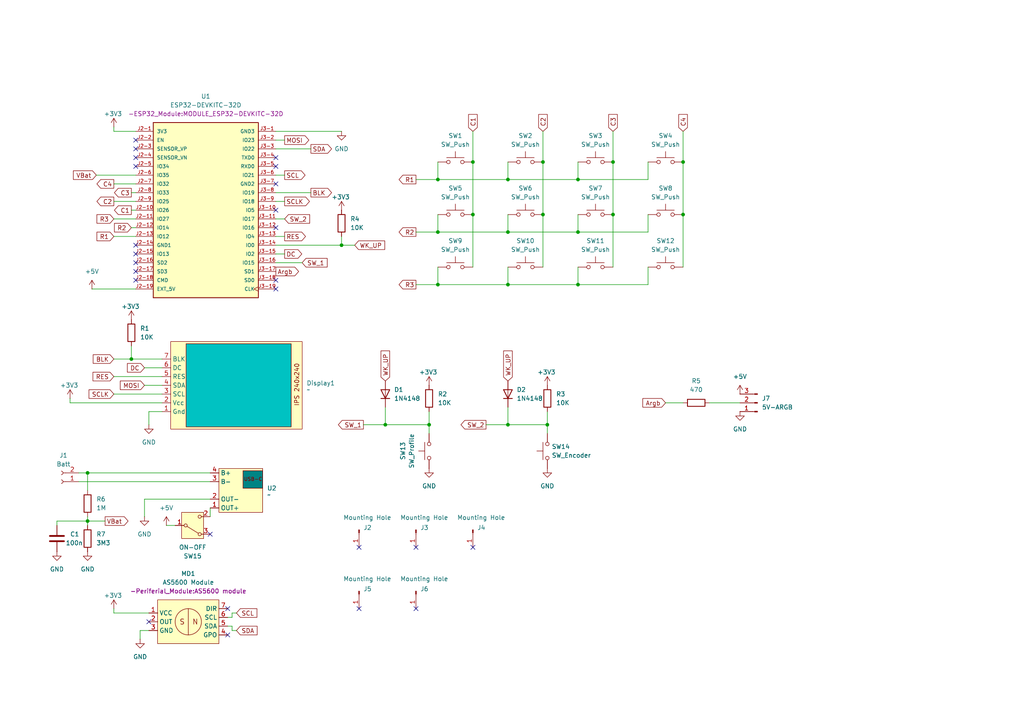
<source format=kicad_sch>
(kicad_sch (version 20250114) (generator "eeschema") (generator_version "9.0")
  (paper "A4")
  (title_block (title "MACRO_DECK_KNOT"))
  (lib_symbols
    (symbol "- Display_Module:Display_IPS_240x240_1.54{dblquote}_SPI"
      (property "Reference" "Display1" (at 0.6351 -20.32 90))
      (property "Value" "~" (at -1.27 -20.32 90))
      (symbol "Display_IPS_240x240_1.54{dblquote}_SPI_1_1"
        (rectangle (start -12.7 19.05) (end 12.7 -19.05) (fill (type color) (color 255 255 194 1)))
        (rectangle (start -12.065 14.605) (end 12.065 -15.875) (fill (type color) (color 0 194 194 1)))
        (text "IPS 240x240" (at 0.254 -17.526 0) (effects (font (size 1.27 1.27))))
        (pin power_in line (at -7.62 21.59 270) (length 2.54) (name "Gnd") (number "1"))
        (pin power_in line (at -5.08 21.59 270) (length 2.54) (name "Vcc") (number "2"))
        (pin input line (at -2.54 21.59 270) (length 2.54) (name "SCL") (number "3"))
        (pin input line (at 0 21.59 270) (length 2.54) (name "SDA") (number "4"))
        (pin input line (at 2.54 21.59 270) (length 2.54) (name "RES") (number "5"))
        (pin input line (at 5.08 21.59 270) (length 2.54) (name "DC") (number "6"))
        (pin input line (at 7.62 21.59 270) (length 2.54) (name "BLK") (number "7"))
      )
    )
    (symbol "- Power_converter:LX-LCBST_Batt_Ch_Module"
      (property "Reference" "U" (at -5.08 3.556 0))
      (symbol "LX-LCBST_Batt_Ch_Module_1_1"
        (rectangle (start -6.35 6.35) (end 6.35 -6.35) (fill (type background)))
        (rectangle (start -6.35 -0.635) (end -0.635 -5.715) (fill (type color) (color 0 132 132 1)))
        (text "USB-C" (at -3.556 -3.302 0) (effects (font (size 1 1))))
        (pin power_out line (at 8.89 5.08 180) (length 2.54) (name "OUT+") (number "1"))
        (pin power_out line (at 8.89 2.54 180) (length 2.54) (name "OUT-") (number "2"))
        (pin power_out line (at 8.89 -2.54 180) (length 2.54) (name "B-") (number "3"))
        (pin power_out line (at 8.89 -5.08 180) (length 2.54) (name "B+") (number "4"))
      )
    )
    (symbol "Connector:Conn_01x01_Pin" (pin_names (offset 1.016) (hide yes))
      (property "Reference" "J" (at 0 2.54 0))
      (property "Value" "Conn_01x01_Pin" (at 0 -2.54 0))
      (symbol "Conn_01x01_Pin_1_1"
        (rectangle (start 0.8636 0.127) (end 0 -0.127) (stroke (width 0.1524)) (fill (type outline)))
        (polyline (pts (xy 1.27 0) (xy 0.8636 0)) (stroke (width 0.1524)))
        (pin passive line (at 5.08 0 180) (length 3.81) (name "Pin_1") (number "1"))
      )
    )
    (symbol "Connector:Conn_01x02_Socket" (pin_names (offset 1.016) (hide yes))
      (property "Reference" "J" (at 0 2.54 0))
      (property "Value" "Conn_01x02_Socket" (at 0 -5.08 0))
      (symbol "Conn_01x02_Socket_1_1"
        (polyline (pts (xy -1.27 0) (xy -0.508 0)) (stroke (width 0.1524)))
        (polyline (pts (xy -1.27 -2.54) (xy -0.508 -2.54)) (stroke (width 0.1524)))
        (arc (start 0 -0.508) (mid -0.5058 0) (end 0 0.508) (stroke (width 0.1524)))
        (arc (start 0 -3.048) (mid -0.5058 -2.54) (end 0 -2.032) (stroke (width 0.1524)))
        (pin passive line (at -5.08 0 0) (length 3.81) (name "Pin_1") (number "1"))
        (pin passive line (at -5.08 -2.54 0) (length 3.81) (name "Pin_2") (number "2"))
      )
    )
    (symbol "Connector:Conn_01x03_Pin" (pin_names (offset 1.016) (hide yes))
      (property "Reference" "J" (at 0 5.08 0))
      (property "Value" "Conn_01x03_Pin" (at 0 -5.08 0))
      (symbol "Conn_01x03_Pin_1_1"
        (rectangle (start 0.8636 2.667) (end 0 2.413) (stroke (width 0.1524)) (fill (type outline)))
        (rectangle (start 0.8636 0.127) (end 0 -0.127) (stroke (width 0.1524)) (fill (type outline)))
        (rectangle (start 0.8636 -2.413) (end 0 -2.667) (stroke (width 0.1524)) (fill (type outline)))
        (polyline (pts (xy 1.27 2.54) (xy 0.8636 2.54)) (stroke (width 0.1524)))
        (polyline (pts (xy 1.27 0) (xy 0.8636 0)) (stroke (width 0.1524)))
        (polyline (pts (xy 1.27 -2.54) (xy 0.8636 -2.54)) (stroke (width 0.1524)))
        (pin passive line (at 5.08 2.54 180) (length 3.81) (name "Pin_1") (number "1"))
        (pin passive line (at 5.08 0 180) (length 3.81) (name "Pin_2") (number "2"))
        (pin passive line (at 5.08 -2.54 180) (length 3.81) (name "Pin_3") (number "3"))
      )
    )
    (symbol "Device:C" (pin_numbers (hide yes)) (pin_names (offset 0.254))
      (property "Reference" "C" (at 0.635 2.54 0))
      (property "Value" "C" (at 0.635 -2.54 0))
      (symbol "C_0_1"
        (polyline (pts (xy -2.032 0.762) (xy 2.032 0.762)) (stroke (width 0.508)))
        (polyline (pts (xy -2.032 -0.762) (xy 2.032 -0.762)) (stroke (width 0.508)))
      )
      (symbol "C_1_1"
        (pin passive line (at 0 3.81 270) (length 2.794) (name "~") (number "1"))
        (pin passive line (at 0 -3.81 90) (length 2.794) (name "~") (number "2"))
      )
    )
    (symbol "Device:D" (pin_numbers (hide yes)) (pin_names (offset 1.016) (hide yes))
      (property "Reference" "D" (at 0 2.54 0))
      (property "Value" "D" (at 0 -2.54 0))
      (symbol "D_0_1"
        (polyline (pts (xy -1.27 1.27) (xy -1.27 -1.27)) (stroke (width 0.254)))
        (polyline (pts (xy 1.27 1.27) (xy 1.27 -1.27) (xy -1.27 0) (xy 1.27 1.27)) (stroke (width 0.254)))
        (polyline (pts (xy 1.27 0) (xy -1.27 0)))
      )
      (symbol "D_1_1"
        (pin passive line (at -3.81 0 0) (length 2.54) (name "K") (number "1"))
        (pin passive line (at 3.81 0 180) (length 2.54) (name "A") (number "2"))
      )
    )
    (symbol "Device:R" (pin_numbers (hide yes)) (pin_names (offset 0))
      (property "Reference" "R" (at 2.032 0 90))
      (property "Value" "R" (at 0 0 90))
      (symbol "R_0_1"
        (rectangle (start -1.016 -2.54) (end 1.016 2.54) (stroke (width 0.254)))
      )
      (symbol "R_1_1"
        (pin passive line (at 0 3.81 270) (length 1.27) (name "~") (number "1"))
        (pin passive line (at 0 -3.81 90) (length 1.27) (name "~") (number "2"))
      )
    )
    (symbol "ESP32-DEVKITC-32D:ESP32-DEVKITC-32D" (pin_names (offset 1.016))
      (property "Reference" "U1" (at 0 33.02 0))
      (property "Value" "ESP32-DEVKITC-32D" (at 0 30.48 0))
      (property "Footprint" "-ESP32_Module:MODULE_ESP32-DEVKITC-32D" (at 0 27.94 0))
      (symbol "ESP32-DEVKITC-32D_0_0"
        (rectangle (start -15.24 -25.4) (end 15.24 25.4) (stroke (width 0.254)) (fill (type background)))
        (pin input line (at -20.32 20.32 0) (length 5.08) (name "EN") (number "J2-2"))
        (pin input line (at -20.32 17.78 0) (length 5.08) (name "SENSOR_VP") (number "J2-3"))
        (pin input line (at -20.32 15.24 0) (length 5.08) (name "SENSOR_VN") (number "J2-4"))
        (pin bidirectional line (at -20.32 12.7 0) (length 5.08) (name "IO34") (number "J2-5"))
        (pin bidirectional line (at -20.32 10.16 0) (length 5.08) (name "IO35") (number "J2-6"))
        (pin bidirectional line (at -20.32 7.62 0) (length 5.08) (name "IO32") (number "J2-7"))
        (pin bidirectional line (at -20.32 5.08 0) (length 5.08) (name "IO33") (number "J2-8"))
        (pin bidirectional line (at -20.32 2.54 0) (length 5.08) (name "IO25") (number "J2-9"))
        (pin bidirectional line (at -20.32 0 0) (length 5.08) (name "IO26") (number "J2-10"))
        (pin bidirectional line (at -20.32 -2.54 0) (length 5.08) (name "IO27") (number "J2-11"))
        (pin bidirectional line (at -20.32 -5.08 0) (length 5.08) (name "IO14") (number "J2-12"))
        (pin bidirectional line (at -20.32 -7.62 0) (length 5.08) (name "IO12") (number "J2-13"))
        (pin power_in line (at -20.32 -10.16 0) (length 5.08) (name "GND1") (number "J2-14"))
        (pin bidirectional line (at -20.32 -12.7 0) (length 5.08) (name "IO13") (number "J2-15"))
        (pin bidirectional line (at -20.32 -15.24 0) (length 5.08) (name "SD2") (number "J2-16"))
        (pin bidirectional line (at -20.32 -17.78 0) (length 5.08) (name "SD3") (number "J2-17"))
        (pin bidirectional line (at -20.32 -20.32 0) (length 5.08) (name "CMD") (number "J2-18"))
        (pin power_in line (at 20.32 22.86 180) (length 5.08) (name "GND3") (number "J3-1"))
        (pin bidirectional line (at 20.32 20.32 180) (length 5.08) (name "IO23") (number "J3-2"))
        (pin bidirectional line (at 20.32 17.78 180) (length 5.08) (name "IO22") (number "J3-3"))
        (pin output line (at 20.32 15.24 180) (length 5.08) (name "TXD0") (number "J3-4"))
        (pin input line (at 20.32 12.7 180) (length 5.08) (name "RXD0") (number "J3-5"))
        (pin bidirectional line (at 20.32 10.16 180) (length 5.08) (name "IO21") (number "J3-6"))
        (pin power_in line (at 20.32 7.62 180) (length 5.08) (name "GND2") (number "J3-7"))
        (pin bidirectional line (at 20.32 5.08 180) (length 5.08) (name "IO19") (number "J3-8"))
        (pin bidirectional line (at 20.32 2.54 180) (length 5.08) (name "IO18") (number "J3-9"))
        (pin bidirectional line (at 20.32 0 180) (length 5.08) (name "IO5") (number "J3-10"))
        (pin bidirectional line (at 20.32 -2.54 180) (length 5.08) (name "IO17") (number "J3-11"))
        (pin bidirectional line (at 20.32 -5.08 180) (length 5.08) (name "IO16") (number "J3-12"))
        (pin bidirectional line (at 20.32 -7.62 180) (length 5.08) (name "IO4") (number "J3-13"))
        (pin bidirectional line (at 20.32 -10.16 180) (length 5.08) (name "IO0") (number "J3-14"))
        (pin bidirectional line (at 20.32 -12.7 180) (length 5.08) (name "IO2") (number "J3-15"))
        (pin bidirectional line (at 20.32 -15.24 180) (length 5.08) (name "IO15") (number "J3-16"))
        (pin bidirectional line (at 20.32 -17.78 180) (length 5.08) (name "SD1") (number "J3-17"))
        (pin bidirectional line (at 20.32 -20.32 180) (length 5.08) (name "SD0") (number "J3-18"))
        (pin input clock (at 20.32 -22.86 180) (length 5.08) (name "CLK") (number "J3-19"))
      )
      (symbol "ESP32-DEVKITC-32D_1_0"
        (pin power_out line (at -20.32 22.86 0) (length 5.08) (name "3V3") (number "J2-1"))
        (pin output line (at -20.32 -22.86 0) (length 5.08) (name "EXT_5V") (number "J2-19"))
      )
    )
    (symbol "Module_Added:AS5600_Encoder"
      (property "Reference" "MD" (at 0 12.954 0))
      (property "Value" "AS5600 Module" (at 0.254 10.668 0))
      (property "Footprint" "Module_Added:AS5600 module" (at 1.778 8.128 0))
      (symbol "AS5600_Encoder_0_1"
        (polyline (pts (xy 0 3.81) (xy 0 -3.81)))
        (circle (center 0 0) (radius 3.81))
      )
      (symbol "AS5600_Encoder_1_1"
        (rectangle (start -8.89 6.35) (end 8.89 -6.35) (fill (type background)))
        (text "S" (at -1.778 0 0) (effects (font (size 1.5 1.5))))
        (text "N" (at 2.032 0 0) (effects (font (size 1.5 1.5))))
        (pin input line (at -11.43 2.54 0) (length 2.54) (name "VCC") (number "1"))
        (pin output line (at -11.43 0 0) (length 2.54) (name "OUT") (number "2"))
        (pin input line (at -11.43 -2.54 0) (length 2.54) (name "GND") (number "3"))
        (pin output line (at 11.43 3.81 180) (length 2.54) (name "DIR") (number "7"))
        (pin bidirectional line (at 11.43 1.27 180) (length 2.54) (name "SCL") (number "6"))
        (pin bidirectional line (at 11.43 -1.27 180) (length 2.54) (name "SDA") (number "5"))
        (pin bidirectional line (at 11.43 -3.81 180) (length 2.54) (name "GPO") (number "4"))
      )
    )
    (symbol "Switch:SW_Push" (pin_numbers (hide yes)) (pin_names (offset 1.016) (hide yes))
      (property "Reference" "SW" (at 1.27 2.54 0))
      (property "Value" "SW_Push" (at 0 -1.524 0))
      (symbol "SW_Push_0_1"
        (circle (center -2.032 0) (radius 0.508))
        (polyline (pts (xy 0 1.27) (xy 0 3.048)))
        (circle (center 2.032 0) (radius 0.508))
        (polyline (pts (xy 2.54 1.27) (xy -2.54 1.27)))
        (pin passive line (at -5.08 0 0) (length 2.54) (name "1") (number "1"))
        (pin passive line (at 5.08 0 180) (length 2.54) (name "2") (number "2"))
      )
    )
    (symbol "Switch:SW_SPDT_312" (pin_names (offset 1) (hide yes))
      (property "Reference" "SW" (at 0 5.08 0))
      (property "Value" "SW_SPDT_312" (at 0 -5.08 0))
      (symbol "SW_SPDT_312_0_1"
        (circle (center -2.032 0) (radius 0.4572))
        (polyline (pts (xy -1.651 0.254) (xy 1.651 2.286)))
        (circle (center 2.032 2.54) (radius 0.4572))
        (circle (center 2.032 -2.54) (radius 0.4572))
      )
      (symbol "SW_SPDT_312_1_1"
        (rectangle (start -3.175 3.81) (end 3.175 -3.81) (fill (type background)))
        (pin passive line (at -5.08 0 0) (length 2.54) (name "B") (number "1"))
        (pin passive line (at 5.08 2.54 180) (length 2.54) (name "A") (number "3"))
        (pin passive line (at 5.08 -2.54 180) (length 2.54) (name "C") (number "2"))
      )
    )
    (symbol "power:+3V3" (power) (pin_numbers (hide yes)) (pin_names (offset 0) (hide yes))
      (property "Value" "+3V3" (at 0 3.556 0))
      (symbol "+3V3_0_1"
        (polyline (pts (xy -0.762 1.27) (xy 0 2.54)))
        (polyline (pts (xy 0 2.54) (xy 0.762 1.27)))
        (polyline (pts (xy 0 0) (xy 0 2.54)))
      )
      (symbol "+3V3_1_1"
        (pin power_in line (at 0 0 90) (length 0) (name "~") (number "1"))
      )
    )
    (symbol "power:+5V" (power) (pin_numbers (hide yes)) (pin_names (offset 0) (hide yes))
      (property "Value" "+5V" (at 0 3.556 0))
      (symbol "+5V_0_1"
        (polyline (pts (xy -0.762 1.27) (xy 0 2.54)))
        (polyline (pts (xy 0 2.54) (xy 0.762 1.27)))
        (polyline (pts (xy 0 0) (xy 0 2.54)))
      )
      (symbol "+5V_1_1"
        (pin power_in line (at 0 0 90) (length 0) (name "~") (number "1"))
      )
    )
    (symbol "power:GND" (power) (pin_numbers (hide yes)) (pin_names (offset 0) (hide yes))
      (property "Value" "GND" (at 0 -3.81 0))
      (symbol "GND_0_1"
        (polyline (pts (xy 0 0) (xy 0 -1.27) (xy 1.27 -1.27) (xy 0 -2.54) (xy -1.27 -1.27) (xy 0 -1.27)))
      )
      (symbol "GND_1_1"
        (pin power_in line (at 0 0 270) (length 0) (name "~") (number "1"))
      )
    )
  )
  (junction (at 137.16 62.23))
  (junction (at 167.64 67.31))
  (junction (at 127 52.07))
  (junction (at 198.12 46.99))
  (junction (at 127 67.31))
  (junction (at 147.32 82.55))
  (junction (at 158.75 123.19))
  (junction (at 167.64 82.55))
  (junction (at 198.12 62.23))
  (junction (at 157.48 62.23))
  (junction (at 99.06 71.12))
  (junction (at 167.64 52.07))
  (junction (at 177.8 46.99))
  (junction (at 38.1 104.14))
  (junction (at 177.8 62.23))
  (junction (at 137.16 46.99))
  (junction (at 157.48 46.99))
  (junction (at 25.4 151.13))
  (junction (at 127 82.55))
  (junction (at 147.32 67.31))
  (junction (at 124.46 123.19))
  (junction (at 147.32 52.07))
  (junction (at 147.32 123.19))
  (junction (at 25.4 137.16))
  (junction (at 111.76 123.19))
  (no_connect (at 104.14 158.75))
  (no_connect (at 39.37 81.28))
  (no_connect (at 39.37 76.2))
  (no_connect (at 120.65 176.53))
  (no_connect (at 39.37 40.64))
  (no_connect (at 66.04 184.15))
  (no_connect (at 39.37 45.72))
  (no_connect (at 80.01 60.96))
  (no_connect (at 80.01 66.04))
  (no_connect (at 104.14 176.53))
  (no_connect (at 39.37 78.74))
  (no_connect (at 80.01 45.72))
  (no_connect (at 80.01 83.82))
  (no_connect (at 120.65 158.75))
  (no_connect (at 80.01 53.34))
  (no_connect (at 66.04 176.53))
  (no_connect (at 43.18 180.34))
  (no_connect (at 60.96 154.94))
  (no_connect (at 39.37 71.12))
  (no_connect (at 80.01 48.26))
  (no_connect (at 39.37 43.18))
  (no_connect (at 137.16 158.75))
  (no_connect (at 39.37 73.66))
  (no_connect (at 39.37 48.26))
  (no_connect (at 80.01 81.28))
  (wire (pts (xy 147.32 118.11) (xy 147.32 123.19)))
  (wire (pts (xy 41.91 106.68) (xy 46.99 106.68)))
  (wire (pts (xy 187.96 52.07) (xy 167.64 52.07)))
  (wire (pts (xy 33.02 177.8) (xy 33.02 176.53)))
  (wire (pts (xy 67.31 182.88) (xy 68.58 182.88)))
  (wire (pts (xy 80.01 73.66) (xy 82.55 73.66)))
  (wire (pts (xy 39.37 60.96) (xy 38.1 60.96)))
  (wire (pts (xy 177.8 62.23) (xy 177.8 77.47)))
  (wire (pts (xy 43.18 119.38) (xy 43.18 123.19)))
  (wire (pts (xy 193.04 116.84) (xy 198.12 116.84)))
  (wire (pts (xy 147.32 77.47) (xy 147.32 82.55)))
  (wire (pts (xy 66.04 181.61) (xy 67.31 181.61)))
  (wire (pts (xy 187.96 62.23) (xy 187.96 67.31)))
  (wire (pts (xy 33.02 109.22) (xy 46.99 109.22)))
  (wire (pts (xy 111.76 123.19) (xy 124.46 123.19)))
  (wire (pts (xy 99.06 71.12) (xy 102.87 71.12)))
  (wire (pts (xy 205.74 116.84) (xy 214.63 116.84)))
  (wire (pts (xy 120.65 52.07) (xy 127 52.07)))
  (wire (pts (xy 80.01 43.18) (xy 90.17 43.18)))
  (wire (pts (xy 187.96 82.55) (xy 167.64 82.55)))
  (wire (pts (xy 33.02 38.1) (xy 39.37 38.1)))
  (wire (pts (xy 80.01 71.12) (xy 99.06 71.12)))
  (wire (pts (xy 67.31 177.8) (xy 68.58 177.8)))
  (wire (pts (xy 48.26 152.4) (xy 50.8 152.4)))
  (wire (pts (xy 20.32 116.84) (xy 46.99 116.84)))
  (wire (pts (xy 120.65 67.31) (xy 127 67.31)))
  (wire (pts (xy 187.96 46.99) (xy 187.96 52.07)))
  (wire (pts (xy 67.31 181.61) (xy 67.31 182.88)))
  (wire (pts (xy 39.37 58.42) (xy 33.02 58.42)))
  (wire (pts (xy 39.37 66.04) (xy 38.1 66.04)))
  (wire (pts (xy 157.48 62.23) (xy 157.48 77.47)))
  (wire (pts (xy 127 62.23) (xy 127 67.31)))
  (wire (pts (xy 111.76 118.11) (xy 111.76 123.19)))
  (wire (pts (xy 26.67 83.82) (xy 39.37 83.82)))
  (wire (pts (xy 33.02 104.14) (xy 38.1 104.14)))
  (wire (pts (xy 158.75 123.19) (xy 158.75 125.73)))
  (wire (pts (xy 198.12 46.99) (xy 198.12 62.23)))
  (wire (pts (xy 124.46 123.19) (xy 124.46 125.73)))
  (wire (pts (xy 80.01 58.42) (xy 82.55 58.42)))
  (wire (pts (xy 124.46 119.38) (xy 124.46 123.19)))
  (wire (pts (xy 25.4 137.16) (xy 25.4 142.24)))
  (wire (pts (xy 158.75 119.38) (xy 158.75 123.19)))
  (wire (pts (xy 167.64 67.31) (xy 147.32 67.31)))
  (wire (pts (xy 25.4 149.86) (xy 25.4 151.13)))
  (wire (pts (xy 33.02 36.83) (xy 33.02 38.1)))
  (wire (pts (xy 147.32 82.55) (xy 127 82.55)))
  (wire (pts (xy 147.32 52.07) (xy 127 52.07)))
  (wire (pts (xy 25.4 137.16) (xy 60.96 137.16)))
  (wire (pts (xy 39.37 53.34) (xy 33.02 53.34)))
  (wire (pts (xy 25.4 151.13) (xy 25.4 152.4)))
  (wire (pts (xy 80.01 55.88) (xy 90.17 55.88)))
  (wire (pts (xy 177.8 38.1) (xy 177.8 46.99)))
  (wire (pts (xy 60.96 144.78) (xy 41.91 144.78)))
  (wire (pts (xy 137.16 62.23) (xy 137.16 77.47)))
  (wire (pts (xy 41.91 111.76) (xy 46.99 111.76)))
  (wire (pts (xy 41.91 144.78) (xy 41.91 149.86)))
  (wire (pts (xy 16.51 151.13) (xy 25.4 151.13)))
  (wire (pts (xy 80.01 63.5) (xy 82.55 63.5)))
  (wire (pts (xy 167.64 52.07) (xy 147.32 52.07)))
  (wire (pts (xy 80.01 40.64) (xy 82.55 40.64)))
  (wire (pts (xy 38.1 104.14) (xy 46.99 104.14)))
  (wire (pts (xy 140.97 123.19) (xy 147.32 123.19)))
  (wire (pts (xy 127 46.99) (xy 127 52.07)))
  (wire (pts (xy 80.01 68.58) (xy 82.55 68.58)))
  (wire (pts (xy 39.37 55.88) (xy 38.1 55.88)))
  (wire (pts (xy 66.04 179.07) (xy 67.31 179.07)))
  (wire (pts (xy 60.96 149.86) (xy 60.96 147.32)))
  (wire (pts (xy 147.32 46.99) (xy 147.32 52.07)))
  (wire (pts (xy 157.48 38.1) (xy 157.48 46.99)))
  (wire (pts (xy 147.32 62.23) (xy 147.32 67.31)))
  (wire (pts (xy 137.16 38.1) (xy 137.16 46.99)))
  (wire (pts (xy 33.02 177.8) (xy 43.18 177.8)))
  (wire (pts (xy 43.18 182.88) (xy 40.64 182.88)))
  (wire (pts (xy 187.96 77.47) (xy 187.96 82.55)))
  (wire (pts (xy 80.01 38.1) (xy 99.06 38.1)))
  (wire (pts (xy 167.64 62.23) (xy 167.64 67.31)))
  (wire (pts (xy 46.99 119.38) (xy 43.18 119.38)))
  (wire (pts (xy 22.86 137.16) (xy 25.4 137.16)))
  (wire (pts (xy 120.65 82.55) (xy 127 82.55)))
  (wire (pts (xy 38.1 100.33) (xy 38.1 104.14)))
  (wire (pts (xy 99.06 71.12) (xy 99.06 68.58)))
  (wire (pts (xy 177.8 46.99) (xy 177.8 62.23)))
  (wire (pts (xy 157.48 46.99) (xy 157.48 62.23)))
  (wire (pts (xy 147.32 67.31) (xy 127 67.31)))
  (wire (pts (xy 147.32 123.19) (xy 158.75 123.19)))
  (wire (pts (xy 167.64 77.47) (xy 167.64 82.55)))
  (wire (pts (xy 22.86 139.7) (xy 60.96 139.7)))
  (wire (pts (xy 137.16 46.99) (xy 137.16 62.23)))
  (wire (pts (xy 198.12 62.23) (xy 198.12 77.47)))
  (wire (pts (xy 40.64 182.88) (xy 40.64 185.42)))
  (wire (pts (xy 33.02 114.3) (xy 46.99 114.3)))
  (wire (pts (xy 105.41 123.19) (xy 111.76 123.19)))
  (wire (pts (xy 39.37 68.58) (xy 33.02 68.58)))
  (wire (pts (xy 16.51 152.4) (xy 16.51 151.13)))
  (wire (pts (xy 198.12 38.1) (xy 198.12 46.99)))
  (wire (pts (xy 27.94 50.8) (xy 39.37 50.8)))
  (wire (pts (xy 67.31 179.07) (xy 67.31 177.8)))
  (wire (pts (xy 80.01 76.2) (xy 87.63 76.2)))
  (wire (pts (xy 167.64 46.99) (xy 167.64 52.07)))
  (wire (pts (xy 127 77.47) (xy 127 82.55)))
  (wire (pts (xy 80.01 50.8) (xy 82.55 50.8)))
  (wire (pts (xy 20.32 115.57) (xy 20.32 116.84)))
  (wire (pts (xy 33.02 63.5) (xy 39.37 63.5)))
  (wire (pts (xy 187.96 67.31) (xy 167.64 67.31)))
  (wire (pts (xy 25.4 151.13) (xy 30.48 151.13)))
  (wire (pts (xy 167.64 82.55) (xy 147.32 82.55)))
  (global_label "C2" (shape input) (at 157.48 38.1 90) (property "Intersheetrefs" "${INTERSHEET_REFS}" (effects (hide yes))))
  (global_label "SDA" (shape output) (at 90.17 43.18 0) (property "Intersheetrefs" "${INTERSHEET_REFS}" (effects (hide yes))))
  (global_label "SCLK" (shape output) (at 82.55 58.42 0) (property "Intersheetrefs" "${INTERSHEET_REFS}" (effects (hide yes))))
  (global_label "R2" (shape input) (at 38.1 66.04 180) (property "Intersheetrefs" "${INTERSHEET_REFS}" (effects (hide yes))))
  (global_label "SCL" (shape input) (at 68.58 177.8 0) (property "Intersheetrefs" "${INTERSHEET_REFS}" (effects (hide yes))))
  (global_label "VBat" (shape input) (at 27.94 50.8 180) (property "Intersheetrefs" "${INTERSHEET_REFS}" (effects (hide yes))))
  (global_label "SW_1" (shape input) (at 87.63 76.2 0) (property "Intersheetrefs" "${INTERSHEET_REFS}" (effects (hide yes))))
  (global_label "MOSI" (shape input) (at 41.91 111.76 180) (property "Intersheetrefs" "${INTERSHEET_REFS}" (effects (hide yes))))
  (global_label "WK_UP" (shape input) (at 111.76 110.49 90) (property "Intersheetrefs" "${INTERSHEET_REFS}" (effects (hide yes))))
  (global_label "WK_UP" (shape input) (at 147.32 110.49 90) (property "Intersheetrefs" "${INTERSHEET_REFS}" (effects (hide yes))))
  (global_label "C1" (shape input) (at 137.16 38.1 90) (property "Intersheetrefs" "${INTERSHEET_REFS}" (effects (hide yes))))
  (global_label "R1" (shape input) (at 33.02 68.58 180) (property "Intersheetrefs" "${INTERSHEET_REFS}" (effects (hide yes))))
  (global_label "R2" (shape output) (at 120.65 67.31 180) (property "Intersheetrefs" "${INTERSHEET_REFS}" (effects (hide yes))))
  (global_label "WK_UP" (shape input) (at 102.87 71.12 0) (property "Intersheetrefs" "${INTERSHEET_REFS}" (effects (hide yes))))
  (global_label "Argb" (shape output) (at 80.01 78.74 0) (property "Intersheetrefs" "${INTERSHEET_REFS}" (effects (hide yes))))
  (global_label "RES" (shape input) (at 33.02 109.22 180) (property "Intersheetrefs" "${INTERSHEET_REFS}" (effects (hide yes))))
  (global_label "DC" (shape input) (at 41.91 106.68 180) (property "Intersheetrefs" "${INTERSHEET_REFS}" (effects (hide yes))))
  (global_label "SW_2" (shape output) (at 140.97 123.19 180) (property "Intersheetrefs" "${INTERSHEET_REFS}" (effects (hide yes))))
  (global_label "R1" (shape output) (at 120.65 52.07 180) (property "Intersheetrefs" "${INTERSHEET_REFS}" (effects (hide yes))))
  (global_label "BLK" (shape output) (at 90.17 55.88 0) (property "Intersheetrefs" "${INTERSHEET_REFS}" (effects (hide yes))))
  (global_label "C4" (shape input) (at 198.12 38.1 90) (property "Intersheetrefs" "${INTERSHEET_REFS}" (effects (hide yes))))
  (global_label "SW_2" (shape input) (at 82.55 63.5 0) (property "Intersheetrefs" "${INTERSHEET_REFS}" (effects (hide yes))))
  (global_label "MOSI" (shape output) (at 82.55 40.64 0) (property "Intersheetrefs" "${INTERSHEET_REFS}" (effects (hide yes))))
  (global_label "SCLK" (shape input) (at 33.02 114.3 180) (property "Intersheetrefs" "${INTERSHEET_REFS}" (effects (hide yes))))
  (global_label "C4" (shape output) (at 33.02 53.34 180) (property "Intersheetrefs" "${INTERSHEET_REFS}" (effects (hide yes))))
  (global_label "Argb" (shape input) (at 193.04 116.84 180) (property "Intersheetrefs" "${INTERSHEET_REFS}" (effects (hide yes))))
  (global_label "C2" (shape output) (at 33.02 58.42 180) (property "Intersheetrefs" "${INTERSHEET_REFS}" (effects (hide yes))))
  (global_label "DC" (shape output) (at 82.55 73.66 0) (property "Intersheetrefs" "${INTERSHEET_REFS}" (effects (hide yes))))
  (global_label "SDA" (shape input) (at 68.58 182.88 0) (property "Intersheetrefs" "${INTERSHEET_REFS}" (effects (hide yes))))
  (global_label "R3" (shape output) (at 120.65 82.55 180) (property "Intersheetrefs" "${INTERSHEET_REFS}" (effects (hide yes))))
  (global_label "SCL" (shape output) (at 82.55 50.8 0) (property "Intersheetrefs" "${INTERSHEET_REFS}" (effects (hide yes))))
  (global_label "C3" (shape input) (at 177.8 38.1 90) (property "Intersheetrefs" "${INTERSHEET_REFS}" (effects (hide yes))))
  (global_label "SW_1" (shape output) (at 105.41 123.19 180) (property "Intersheetrefs" "${INTERSHEET_REFS}" (effects (hide yes))))
  (global_label "BLK" (shape input) (at 33.02 104.14 180) (property "Intersheetrefs" "${INTERSHEET_REFS}" (effects (hide yes))))
  (global_label "R3" (shape input) (at 33.02 63.5 180) (property "Intersheetrefs" "${INTERSHEET_REFS}" (effects (hide yes))))
  (global_label "C3" (shape output) (at 38.1 55.88 180) (property "Intersheetrefs" "${INTERSHEET_REFS}" (effects (hide yes))))
  (global_label "C1" (shape output) (at 38.1 60.96 180) (property "Intersheetrefs" "${INTERSHEET_REFS}" (effects (hide yes))))
  (global_label "RES" (shape output) (at 82.55 68.58 0) (property "Intersheetrefs" "${INTERSHEET_REFS}" (effects (hide yes))))
  (global_label "VBat" (shape output) (at 30.48 151.13 0) (property "Intersheetrefs" "${INTERSHEET_REFS}" (effects (hide yes))))
  (symbol (lib_id "- Power_converter:LX-LCBST_Batt_Ch_Module") (at 69.85 142.24 180) (unit 1)
    (property "Reference" "U2" (at 77.47 141.6049 0) (effects (justify right)))
    (property "Value" "~" (at 77.47 143.51 0) (effects (justify right)))
    (property "Footprint" "-Power_module:LX-LCBST_Batt_Ch_Module" (effects (hide yes)))
    (property "Description" "Li-po Battery charge - output stepup regolabile" (effects (hide yes)))
  )
  (symbol (lib_id "power:GND") (at 43.18 123.19 0) (unit 1)
    (property "Reference" "#PWR01" (effects (hide yes)))
    (property "Value" "GND" (at 43.18 128.27 0))
    (property "Description" "Power symbol creates a global label with name \"GND\" , ground" (effects (hide yes)))
  )
  (symbol (lib_id "Connector:Conn_01x02_Socket") (at 17.78 139.7 180) (unit 1)
    (property "Reference" "J1" (at 18.415 132.08 0))
    (property "Value" "Batt" (at 18.415 134.62 0))
    (property "Footprint" "Connector_JST:JST_XH_S2B-XH-A_1x02_P2.50mm_Horizontal" (effects (hide yes)))
    (property "Description" "Generic connector, single row, 01x02, script generated" (effects (hide yes)))
  )
  (symbol (lib_id "Device:R") (at 99.06 64.77 0) (unit 1)
    (property "Reference" "R4" (at 101.6 63.4999 0) (effects (justify left)))
    (property "Value" "10K" (at 101.6 66.0399 0) (effects (justify left)))
    (property "Footprint" "Resistor_THT:R_Axial_DIN0207_L6.3mm_D2.5mm_P7.62mm_Horizontal" (effects (hide yes)))
    (property "Description" "Resistor" (effects (hide yes)))
  )
  (symbol (lib_id "ESP32-DEVKITC-32D:ESP32-DEVKITC-32D") (at 59.69 60.96 0) (unit 1)
    (property "Reference" "U1" (at 59.69 27.94 0))
    (property "Value" "ESP32-DEVKITC-32D" (at 59.69 30.48 0))
    (property "Footprint" "-ESP32_Module:MODULE_ESP32-DEVKITC-32D" (at 59.69 33.02 0))
    (property "PARTREV" "V4" (effects (hide yes)))
    (property "STANDARD" "Manufacturer Recommendations" (effects (hide yes)))
    (property "SNAPEDA_PN" "ESP32-DEVKITC-32D" (effects (hide yes)))
    (property "MAXIMUM_PACKAGE_HEIGHT" "N/A" (effects (hide yes)))
    (property "MANUFACTURER" "Espressif Systems" (effects (hide yes)))
  )
  (symbol (lib_id "Switch:SW_Push") (at 132.08 77.47 0) (unit 1)
    (property "Reference" "SW9" (at 132.08 69.85 0))
    (property "Value" "SW_Push" (at 132.08 72.39 0))
    (property "Footprint" "-Switch:SW_Cherry_MX_1.00u_Plate" (effects (hide yes)))
    (property "Description" "Push button switch, generic, two pins" (effects (hide yes)))
  )
  (symbol (lib_id "power:GND") (at 158.75 135.89 0) (unit 1)
    (property "Reference" "#PWR03" (effects (hide yes)))
    (property "Value" "GND" (at 158.75 140.97 0))
    (property "Description" "Power symbol creates a global label with name \"GND\" , ground" (effects (hide yes)))
  )
  (symbol (lib_id "Connector:Conn_01x01_Pin") (at 120.65 171.45 270) (unit 1)
    (property "Reference" "J6" (at 121.92 170.8149 90) (effects (justify left)))
    (property "Value" "Mounting Hole" (at 116.078 167.894 90) (effects (justify left)))
    (property "Footprint" "MountingHole:MountingHole_3.2mm_M3_DIN965_Pad" (effects (hide yes)))
    (property "Description" "Generic connector, single row, 01x01, script generated" (effects (hide yes)))
  )
  (symbol (lib_id "power:+5V") (at 26.67 83.82 0) (unit 1)
    (property "Reference" "#PWR020" (effects (hide yes)))
    (property "Value" "+5V" (at 26.67 78.74 0))
    (property "Description" "Power symbol creates a global label with name \"+5V\"" (effects (hide yes)))
  )
  (symbol (lib_id "power:GND") (at 41.91 149.86 0) (unit 1)
    (property "Reference" "#PWR06" (effects (hide yes)))
    (property "Value" "GND" (at 41.91 154.94 0))
    (property "Description" "Power symbol creates a global label with name \"GND\" , ground" (effects (hide yes)))
  )
  (symbol (lib_id "Device:C") (at 16.51 156.21 0) (unit 1)
    (property "Reference" "C1" (at 20.32 154.9399 0) (effects (justify left)))
    (property "Value" "100n" (at 19.05 157.48 0) (effects (justify left)))
    (property "Footprint" "Capacitor_THT:C_Rect_L7.2mm_W2.5mm_P5.00mm_FKS2_FKP2_MKS2_MKP2" (effects (hide yes)))
    (property "Description" "Unpolarized capacitor" (effects (hide yes)))
  )
  (symbol (lib_id "power:+3V3") (at 33.02 36.83 0) (unit 1)
    (property "Reference" "#PWR018" (effects (hide yes)))
    (property "Value" "+3V3" (at 32.766 33.02 0))
    (property "Description" "Power symbol creates a global label with name \"+3V3\"" (effects (hide yes)))
  )
  (symbol (lib_id "power:+5V") (at 214.63 114.3 0) (unit 1)
    (property "Reference" "#PWR021" (effects (hide yes)))
    (property "Value" "+5V" (at 214.63 109.22 0))
    (property "Description" "Power symbol creates a global label with name \"+5V\"" (effects (hide yes)))
  )
  (symbol (lib_id "Switch:SW_Push") (at 172.72 77.47 0) (unit 1)
    (property "Reference" "SW11" (at 172.72 69.85 0))
    (property "Value" "SW_Push" (at 172.72 72.39 0))
    (property "Footprint" "-Switch:SW_Cherry_MX_1.00u_Plate" (effects (hide yes)))
    (property "Description" "Push button switch, generic, two pins" (effects (hide yes)))
  )
  (symbol (lib_id "Device:R") (at 201.93 116.84 90) (unit 1)
    (property "Reference" "R5" (at 201.93 110.49 90))
    (property "Value" "470" (at 201.93 113.03 90))
    (property "Footprint" "Resistor_THT:R_Axial_DIN0207_L6.3mm_D2.5mm_P7.62mm_Horizontal" (effects (hide yes)))
    (property "Description" "Resistor" (effects (hide yes)))
  )
  (symbol (lib_id "Switch:SW_Push") (at 132.08 46.99 0) (unit 1)
    (property "Reference" "SW1" (at 132.08 39.37 0))
    (property "Value" "SW_Push" (at 132.08 41.91 0))
    (property "Footprint" "-Switch:SW_Cherry_MX_1.00u_Plate" (effects (hide yes)))
    (property "Description" "Push button switch, generic, two pins" (effects (hide yes)))
  )
  (symbol (lib_id "Device:D") (at 111.76 114.3 90) (unit 1)
    (property "Reference" "D1" (at 114.3 113.0299 90) (effects (justify right)))
    (property "Value" "1N4148" (at 114.3 115.5699 90) (effects (justify right)))
    (property "Footprint" "Diode_THT:D_DO-35_SOD27_P7.62mm_Horizontal" (effects (hide yes)))
    (property "Description" "Diode" (effects (hide yes)))
    (property "Sim.Device" "D" (effects (hide yes)))
    (property "Sim.Pins" "1=K 2=A" (effects (hide yes)))
  )
  (symbol (lib_id "power:+3V3") (at 33.02 176.53 0) (unit 1)
    (property "Reference" "#PWR019" (effects (hide yes)))
    (property "Value" "+3V3" (at 32.766 172.72 0))
    (property "Description" "Power symbol creates a global label with name \"+3V3\"" (effects (hide yes)))
  )
  (symbol (lib_id "Connector:Conn_01x01_Pin") (at 104.14 171.45 270) (unit 1)
    (property "Reference" "J5" (at 105.41 170.8149 90) (effects (justify left)))
    (property "Value" "Mounting Hole" (at 99.568 167.894 90) (effects (justify left)))
    (property "Footprint" "MountingHole:MountingHole_3.2mm_M3_DIN965_Pad" (effects (hide yes)))
    (property "Description" "Generic connector, single row, 01x01, script generated" (effects (hide yes)))
  )
  (symbol (lib_id "power:GND") (at 40.64 185.42 0) (unit 1)
    (property "Reference" "#PWR02" (effects (hide yes)))
    (property "Value" "GND" (at 40.64 190.5 0))
    (property "Description" "Power symbol creates a global label with name \"GND\" , ground" (effects (hide yes)))
  )
  (symbol (lib_id "Switch:SW_Push") (at 172.72 46.99 0) (unit 1)
    (property "Reference" "SW3" (at 172.72 39.37 0))
    (property "Value" "SW_Push" (at 172.72 41.91 0))
    (property "Footprint" "-Switch:SW_Cherry_MX_1.00u_Plate" (effects (hide yes)))
    (property "Description" "Push button switch, generic, two pins" (effects (hide yes)))
  )
  (symbol (lib_id "power:+3V3") (at 99.06 60.96 0) (unit 1)
    (property "Reference" "#PWR015" (effects (hide yes)))
    (property "Value" "+3V3" (at 98.806 57.15 0))
    (property "Description" "Power symbol creates a global label with name \"+3V3\"" (effects (hide yes)))
  )
  (symbol (lib_id "power:GND") (at 99.06 38.1 0) (unit 1)
    (property "Reference" "#PWR04" (effects (hide yes)))
    (property "Value" "GND" (at 99.06 43.18 0))
    (property "Description" "Power symbol creates a global label with name \"GND\" , ground" (effects (hide yes)))
  )
  (symbol (lib_id "Device:R") (at 25.4 156.21 0) (unit 1)
    (property "Reference" "R7" (at 27.94 154.9399 0) (effects (justify left)))
    (property "Value" "3M3" (at 27.94 157.4799 0) (effects (justify left)))
    (property "Footprint" "Resistor_THT:R_Axial_DIN0207_L6.3mm_D2.5mm_P7.62mm_Horizontal" (effects (hide yes)))
    (property "Description" "Resistor" (effects (hide yes)))
  )
  (symbol (lib_id "power:+3V3") (at 124.46 111.76 0) (unit 1)
    (property "Reference" "#PWR013" (effects (hide yes)))
    (property "Value" "+3V3" (at 124.206 107.95 0))
    (property "Description" "Power symbol creates a global label with name \"+3V3\"" (effects (hide yes)))
  )
  (symbol (lib_id "power:+3V3") (at 20.32 115.57 0) (unit 1)
    (property "Reference" "#PWR025" (effects (hide yes)))
    (property "Value" "+3V3" (at 20.066 111.76 0))
    (property "Description" "Power symbol creates a global label with name \"+3V3\"" (effects (hide yes)))
  )
  (symbol (lib_id "Switch:SW_Push") (at 193.04 77.47 0) (unit 1)
    (property "Reference" "SW12" (at 193.04 69.85 0))
    (property "Value" "SW_Push" (at 193.04 72.39 0))
    (property "Footprint" "-Switch:SW_Cherry_MX_1.00u_Plate" (effects (hide yes)))
    (property "Description" "Push button switch, generic, two pins" (effects (hide yes)))
  )
  (symbol (lib_id "Connector:Conn_01x01_Pin") (at 137.16 153.67 270) (unit 1)
    (property "Reference" "J4" (at 138.43 153.0349 90) (effects (justify left)))
    (property "Value" "Mounting Hole" (at 132.588 150.114 90) (effects (justify left)))
    (property "Footprint" "MountingHole:MountingHole_3.2mm_M3_DIN965_Pad" (effects (hide yes)))
    (property "Description" "Generic connector, single row, 01x01, script generated" (effects (hide yes)))
  )
  (symbol (lib_id "Device:R") (at 38.1 96.52 0) (unit 1)
    (property "Reference" "R1" (at 40.64 95.2499 0) (effects (justify left)))
    (property "Value" "10K" (at 40.64 97.7899 0) (effects (justify left)))
    (property "Footprint" "Resistor_THT:R_Axial_DIN0207_L6.3mm_D2.5mm_P7.62mm_Horizontal" (effects (hide yes)))
    (property "Description" "Resistor" (effects (hide yes)))
  )
  (symbol (lib_id "Switch:SW_Push") (at 172.72 62.23 0) (unit 1)
    (property "Reference" "SW7" (at 172.72 54.61 0))
    (property "Value" "SW_Push" (at 172.72 57.15 0))
    (property "Footprint" "-Switch:SW_Cherry_MX_1.00u_Plate" (effects (hide yes)))
    (property "Description" "Push button switch, generic, two pins" (effects (hide yes)))
  )
  (symbol (lib_id "power:+5V") (at 48.26 152.4 0) (unit 1)
    (property "Reference" "#PWR022" (effects (hide yes)))
    (property "Value" "+5V" (at 48.26 147.32 0))
    (property "Description" "Power symbol creates a global label with name \"+5V\"" (effects (hide yes)))
  )
  (symbol (lib_id "- Display_Module:Display_IPS_240x240_1.54{dblquote}_SPI") (at 68.58 111.76 90) (unit 1)
    (property "Reference" "Display1" (at 88.9 111.1249 90) (effects (justify right)))
    (property "Value" "~" (at 88.9 113.03 90) (effects (justify right)))
    (property "Footprint" "-Display_Graphic:DISPLAY_TFT_ST7789_1.54" (effects (hide yes)))
  )
  (symbol (lib_id "power:GND") (at 124.46 135.89 0) (unit 1)
    (property "Reference" "#PWR05" (effects (hide yes)))
    (property "Value" "GND" (at 124.46 140.97 0))
    (property "Description" "Power symbol creates a global label with name \"GND\" , ground" (effects (hide yes)))
  )
  (symbol (lib_id "power:GND") (at 25.4 160.02 0) (unit 1)
    (property "Reference" "#PWR023" (effects (hide yes)))
    (property "Value" "GND" (at 25.4 165.1 0))
    (property "Description" "Power symbol creates a global label with name \"GND\" , ground" (effects (hide yes)))
  )
  (symbol (lib_id "Device:D") (at 147.32 114.3 90) (unit 1)
    (property "Reference" "D2" (at 149.86 113.0299 90) (effects (justify right)))
    (property "Value" "1N4148" (at 149.86 115.5699 90) (effects (justify right)))
    (property "Footprint" "Diode_THT:D_DO-35_SOD27_P7.62mm_Horizontal" (effects (hide yes)))
    (property "Description" "Diode" (effects (hide yes)))
    (property "Sim.Device" "D" (effects (hide yes)))
    (property "Sim.Pins" "1=K 2=A" (effects (hide yes)))
  )
  (symbol (lib_id "power:GND") (at 214.63 119.38 0) (unit 1)
    (property "Reference" "#PWR016" (effects (hide yes)))
    (property "Value" "GND" (at 214.63 124.46 0))
    (property "Description" "Power symbol creates a global label with name \"GND\" , ground" (effects (hide yes)))
  )
  (symbol (lib_id "Switch:SW_Push") (at 193.04 62.23 0) (unit 1)
    (property "Reference" "SW8" (at 193.04 54.61 0))
    (property "Value" "SW_Push" (at 193.04 57.15 0))
    (property "Footprint" "-Switch:SW_Cherry_MX_1.00u_Plate" (effects (hide yes)))
    (property "Description" "Push button switch, generic, two pins" (effects (hide yes)))
  )
  (symbol (lib_id "Switch:SW_Push") (at 152.4 77.47 0) (unit 1)
    (property "Reference" "SW10" (at 152.4 69.85 0))
    (property "Value" "SW_Push" (at 152.4 72.39 0))
    (property "Footprint" "-Switch:SW_Cherry_MX_1.00u_Plate" (effects (hide yes)))
    (property "Description" "Push button switch, generic, two pins" (effects (hide yes)))
  )
  (symbol (lib_id "Device:R") (at 158.75 115.57 0) (unit 1)
    (property "Reference" "R3" (at 161.29 114.2999 0) (effects (justify left)))
    (property "Value" "10K" (at 161.29 116.8399 0) (effects (justify left)))
    (property "Footprint" "Resistor_THT:R_Axial_DIN0207_L6.3mm_D2.5mm_P7.62mm_Horizontal" (effects (hide yes)))
    (property "Description" "Resistor" (effects (hide yes)))
  )
  (symbol (lib_id "Switch:SW_Push") (at 193.04 46.99 0) (unit 1)
    (property "Reference" "SW4" (at 193.04 39.37 0))
    (property "Value" "SW_Push" (at 193.04 41.91 0))
    (property "Footprint" "-Switch:SW_Cherry_MX_1.00u_Plate" (effects (hide yes)))
    (property "Description" "Push button switch, generic, two pins" (effects (hide yes)))
  )
  (symbol (lib_id "Switch:SW_Push") (at 132.08 62.23 0) (unit 1)
    (property "Reference" "SW5" (at 132.08 54.61 0))
    (property "Value" "SW_Push" (at 132.08 57.15 0))
    (property "Footprint" "-Switch:SW_Cherry_MX_1.00u_Plate" (effects (hide yes)))
    (property "Description" "Push button switch, generic, two pins" (effects (hide yes)))
  )
  (symbol (lib_id "Module_Added:AS5600_Encoder") (at 54.61 180.34 0) (unit 1)
    (property "Reference" "MD1" (at 54.61 166.37 0))
    (property "Value" "AS5600 Module" (at 54.61 168.91 0))
    (property "Footprint" "-Periferial_Module:AS5600 module" (at 54.61 171.45 0))
    (property "Description" "Encoder di precisione magnetico" (effects (hide yes)))
  )
  (symbol (lib_id "Device:R") (at 124.46 115.57 0) (unit 1)
    (property "Reference" "R2" (at 127 114.2999 0) (effects (justify left)))
    (property "Value" "10K" (at 127 116.8399 0) (effects (justify left)))
    (property "Footprint" "Resistor_THT:R_Axial_DIN0207_L6.3mm_D2.5mm_P7.62mm_Horizontal" (effects (hide yes)))
    (property "Description" "Resistor" (effects (hide yes)))
  )
  (symbol (lib_id "Switch:SW_SPDT_312") (at 55.88 152.4 0) (mirror x) (unit 1)
    (property "Reference" "SW15" (at 55.88 161.29 0))
    (property "Value" "ON-OFF" (at 55.88 158.75 0))
    (property "Footprint" "Button_Switch_THT:SW_Slide-03_Wuerth-WS-SLTV_10x2.5x6.4_P2.54mm" (effects (hide yes)))
    (property "Description" "Switch, single pole double throw" (effects (hide yes)))
  )
  (symbol (lib_id "power:+3V3") (at 158.75 111.76 0) (unit 1)
    (property "Reference" "#PWR014" (effects (hide yes)))
    (property "Value" "+3V3" (at 158.496 107.95 0))
    (property "Description" "Power symbol creates a global label with name \"+3V3\"" (effects (hide yes)))
  )
  (symbol (lib_id "Connector:Conn_01x01_Pin") (at 120.65 153.67 270) (unit 1)
    (property "Reference" "J3" (at 121.92 153.0349 90) (effects (justify left)))
    (property "Value" "Mounting Hole" (at 116.078 150.114 90) (effects (justify left)))
    (property "Footprint" "MountingHole:MountingHole_3.2mm_M3_DIN965_Pad" (effects (hide yes)))
    (property "Description" "Generic connector, single row, 01x01, script generated" (effects (hide yes)))
  )
  (symbol (lib_id "power:+3V3") (at 38.1 92.71 0) (unit 1)
    (property "Reference" "#PWR017" (effects (hide yes)))
    (property "Value" "+3V3" (at 37.846 88.9 0))
    (property "Description" "Power symbol creates a global label with name \"+3V3\"" (effects (hide yes)))
  )
  (symbol (lib_id "Connector:Conn_01x03_Pin") (at 219.71 116.84 180) (unit 1)
    (property "Reference" "J7" (at 220.98 115.5699 0) (effects (justify right)))
    (property "Value" "5V-ARGB" (at 220.98 118.1099 0) (effects (justify right)))
    (property "Footprint" "Connector_PinHeader_2.54mm:PinHeader_1x03_P2.54mm_Vertical" (effects (hide yes)))
    (property "Description" "Generic connector, single row, 01x03, script generated" (effects (hide yes)))
  )
  (symbol (lib_id "Switch:SW_Push") (at 158.75 130.81 90) (unit 1)
    (property "Reference" "SW14" (at 160.02 129.5399 90) (effects (justify right)))
    (property "Value" "SW_Encoder" (at 160.02 132.0799 90) (effects (justify right)))
    (property "Footprint" "-Switch:SW_Cherry_MX_1.00u_Plate" (effects (hide yes)))
    (property "Description" "Push button switch, generic, two pins" (effects (hide yes)))
  )
  (symbol (lib_id "Switch:SW_Push") (at 152.4 62.23 0) (unit 1)
    (property "Reference" "SW6" (at 152.4 54.61 0))
    (property "Value" "SW_Push" (at 152.4 57.15 0))
    (property "Footprint" "-Switch:SW_Cherry_MX_1.00u_Plate" (effects (hide yes)))
    (property "Description" "Push button switch, generic, two pins" (effects (hide yes)))
  )
  (symbol (lib_id "Device:R") (at 25.4 146.05 0) (unit 1)
    (property "Reference" "R6" (at 27.94 144.7799 0) (effects (justify left)))
    (property "Value" "1M" (at 27.94 147.3199 0) (effects (justify left)))
    (property "Footprint" "Resistor_THT:R_Axial_DIN0207_L6.3mm_D2.5mm_P7.62mm_Horizontal" (effects (hide yes)))
    (property "Description" "Resistor" (effects (hide yes)))
  )
  (symbol (lib_id "Switch:SW_Push") (at 152.4 46.99 0) (unit 1)
    (property "Reference" "SW2" (at 152.4 39.37 0))
    (property "Value" "SW_Push" (at 152.4 41.91 0))
    (property "Footprint" "-Switch:SW_Cherry_MX_1.00u_Plate" (effects (hide yes)))
    (property "Description" "Push button switch, generic, two pins" (effects (hide yes)))
  )
  (symbol (lib_id "Switch:SW_Push") (at 124.46 130.81 90) (unit 1)
    (property "Reference" "SW13" (at 116.84 130.81 0))
    (property "Value" "SW_Profile" (at 119.38 130.81 0))
    (property "Footprint" "-Switch:SW_Cherry_MX_1.00u_Plate" (effects (hide yes)))
    (property "Description" "Push button switch, generic, two pins" (effects (hide yes)))
  )
  (symbol (lib_id "Connector:Conn_01x01_Pin") (at 104.14 153.67 270) (unit 1)
    (property "Reference" "J2" (at 105.41 153.0349 90) (effects (justify left)))
    (property "Value" "Mounting Hole" (at 99.568 150.114 90) (effects (justify left)))
    (property "Footprint" "MountingHole:MountingHole_3.2mm_M3_DIN965_Pad" (effects (hide yes)))
    (property "Description" "Generic connector, single row, 01x01, script generated" (effects (hide yes)))
  )
  (symbol (lib_id "power:GND") (at 16.51 160.02 0) (unit 1)
    (property "Reference" "#PWR024" (effects (hide yes)))
    (property "Value" "GND" (at 16.51 165.1 0))
    (property "Description" "Power symbol creates a global label with name \"GND\" , ground" (effects (hide yes)))
  )
)
</source>
